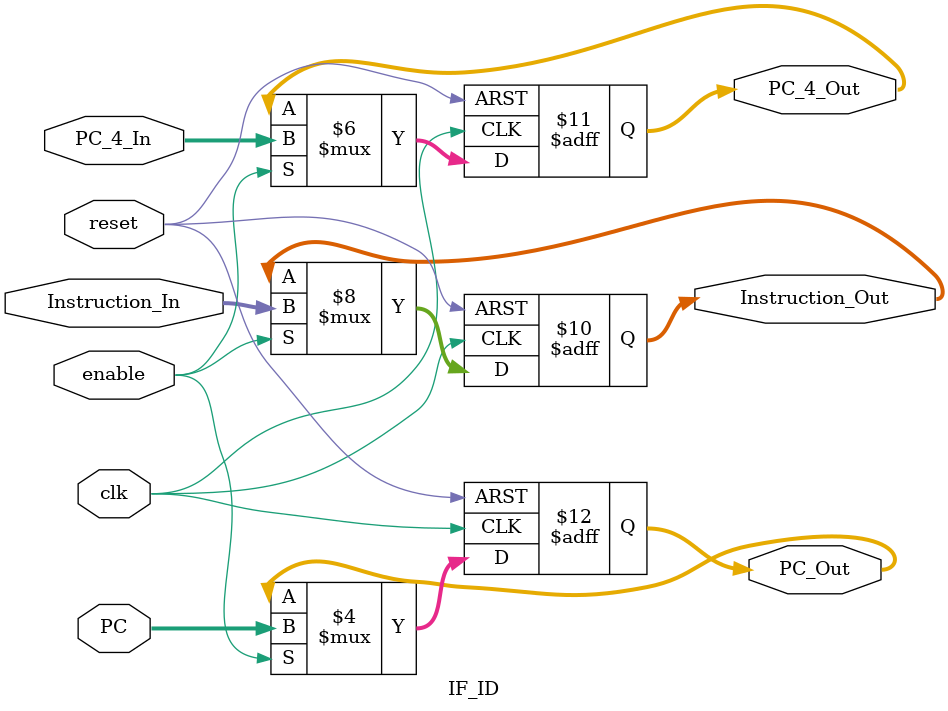
<source format=v>
module IF_ID
(
	input clk,
	input reset,
	input enable,
	input [31:0] Instruction_In,
	input [31:0] PC_4_In,
	input [31:0] PC,
	
	output reg [31:0] Instruction_Out,
	output reg [31:0] PC_4_Out,
	output reg [31:0] PC_Out
);

always@(negedge reset or negedge clk) begin
	if(reset==0)
	begin
		Instruction_Out <= 0;
		PC_4_Out <= 0;	
		PC_Out <= 0;
		end
	else	
		if(enable==1)
		begin
			Instruction_Out <= Instruction_In;
		PC_4_Out <= PC_4_In;		
		PC_Out <= PC;
		end
end

endmodule
</source>
